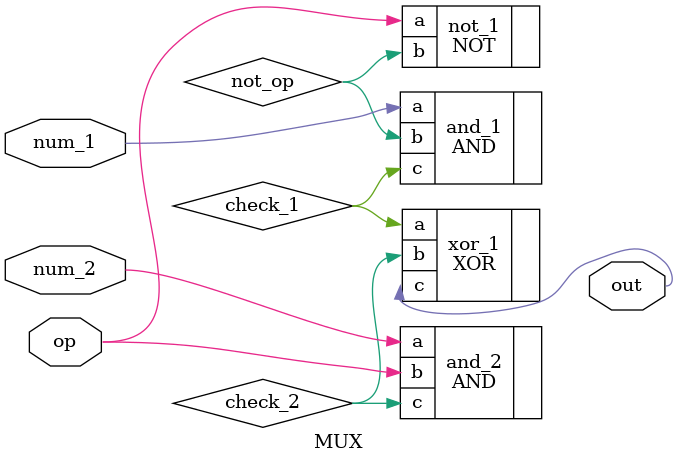
<source format=v>
`include "NOT.v"
`include "AND.v"
`include "XOR.v"

module MUX(
	input wire num_1,
	input wire num_2,
	input wire op,
	output wire out
);

wire not_op;
wire check_1;
wire check_2;

NOT not_1(
	.a(op),
	.b(not_op)
);

AND and_1(
	.a(num_1),
	.b(not_op),
	.c(check_1)
);

AND and_2(
	.a(num_2),
	.b(op),
	.c(check_2)
);

XOR xor_1(
	.a(check_1),
	.b(check_2),
	.c(out)
);

endmodule

</source>
